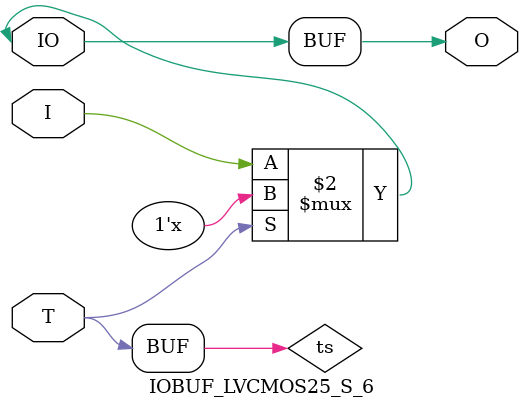
<source format=v>

/*

FUNCTION	: INPUT TRI-STATE OUTPUT BUFFER

*/

`celldefine
`timescale  100 ps / 10 ps

module IOBUF_LVCMOS25_S_6 (O, IO, I, T);

    output O;

    inout  IO;

    input  I, T;

    or O1 (ts, 1'b0, T);
    bufif0 T1 (IO, I, ts);

    buf B1 (O, IO);

endmodule

</source>
